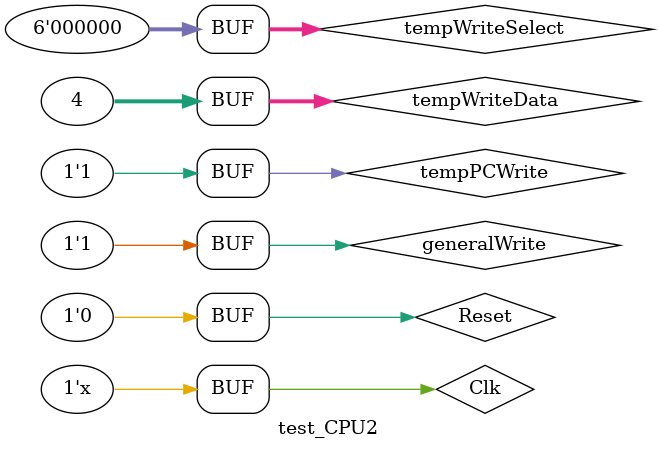
<source format=v>
`timescale 1ns / 1ps


module test_CPU2;

	// Inputs
	reg generalWrite;
	reg Reset;
	reg Clk;
	reg tempPCWrite;
	reg [31:0] tempWriteData;
	reg [5:0] tempWriteSelect;

	// Outputs
	wire PCSource;
	wire [31:0] readData1;
	wire [31:0] readData2;
	wire [31:0] controls;
	wire [31:0] IF_ID_INSTRUCTIONS;
	wire [31:0] IFinstructions;
	wire [25:0] locations;

	// Instantiate the Unit Under Test (UUT)
	CPU2 uut (
		.PCSource(PCSource),
		.IFinstructions(IFinstructions),
		.IF_ID_INSTRUCTIONS(IF_ID_INSTRUCTIONS),
		.generalWrite(generalWrite), 
		.Reset(Reset), 
		.Clk(Clk), 
		.tempPCWrite(tempPCWrite), 
		.tempWriteData(tempWriteData), 
		.tempWriteSelect(tempWriteSelect), 
		.readData1(readData1), 
		.readData2(readData2), 
		.controls(controls), 
		.locations(locations)
	);
	always begin
		#5 Clk = ~Clk;
	end
	
	initial begin
		// Initialize Inputs
		generalWrite = 1;
		Reset = 1;
		Clk = 0;
		tempPCWrite = 1;
		tempWriteData = 4;
		tempWriteSelect = 0;

		// Wait 100 ns for global reset to finish
		#10;
		Reset = 0;
        
		// Add stimulus here

	end
      
endmodule


</source>
